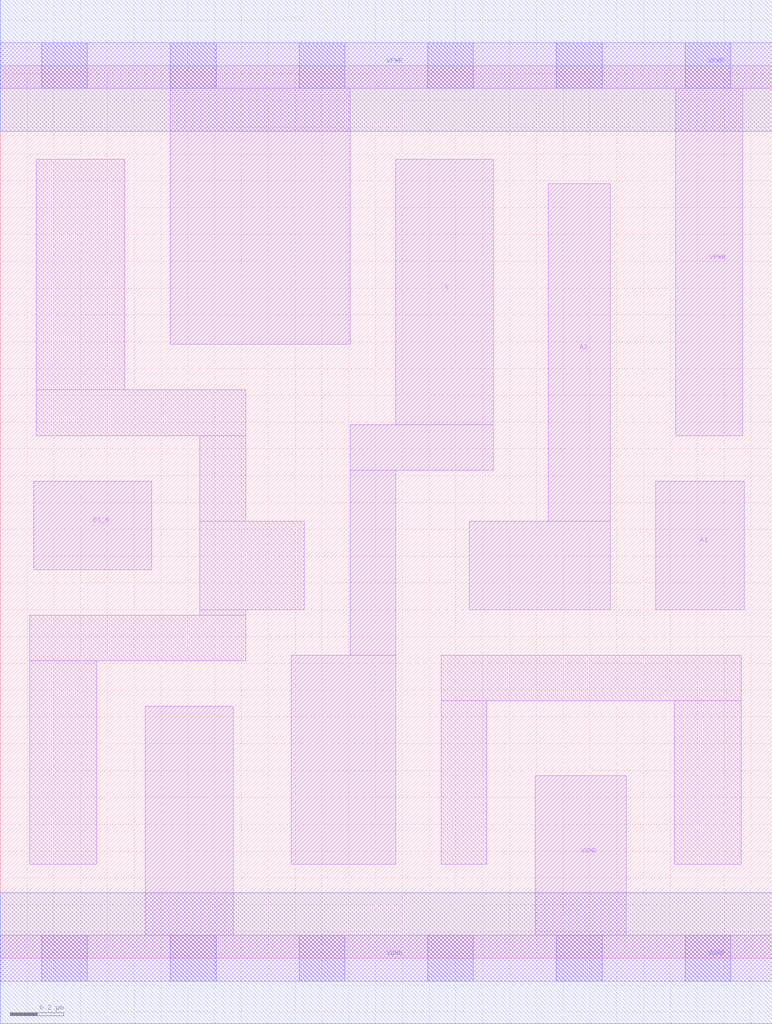
<source format=lef>
# Copyright 2020 The SkyWater PDK Authors
#
# Licensed under the Apache License, Version 2.0 (the "License");
# you may not use this file except in compliance with the License.
# You may obtain a copy of the License at
#
#     https://www.apache.org/licenses/LICENSE-2.0
#
# Unless required by applicable law or agreed to in writing, software
# distributed under the License is distributed on an "AS IS" BASIS,
# WITHOUT WARRANTIES OR CONDITIONS OF ANY KIND, either express or implied.
# See the License for the specific language governing permissions and
# limitations under the License.
#
# SPDX-License-Identifier: Apache-2.0

VERSION 5.7 ;
  NAMESCASESENSITIVE ON ;
  NOWIREEXTENSIONATPIN ON ;
  DIVIDERCHAR "/" ;
  BUSBITCHARS "[]" ;
UNITS
  DATABASE MICRONS 200 ;
END UNITS
MACRO sky130_fd_sc_hs__o21bai_1
  CLASS CORE ;
  SOURCE USER ;
  FOREIGN sky130_fd_sc_hs__o21bai_1 ;
  ORIGIN  0.000000  0.000000 ;
  SIZE  2.880000 BY  3.330000 ;
  SYMMETRY X Y ;
  SITE unit ;
  PIN A1
    ANTENNAGATEAREA  0.279000 ;
    DIRECTION INPUT ;
    USE SIGNAL ;
    PORT
      LAYER li1 ;
        RECT 2.445000 1.300000 2.775000 1.780000 ;
    END
  END A1
  PIN A2
    ANTENNAGATEAREA  0.279000 ;
    DIRECTION INPUT ;
    USE SIGNAL ;
    PORT
      LAYER li1 ;
        RECT 1.750000 1.300000 2.275000 1.630000 ;
        RECT 2.045000 1.630000 2.275000 2.890000 ;
    END
  END A2
  PIN B1_N
    ANTENNAGATEAREA  0.208500 ;
    DIRECTION INPUT ;
    USE SIGNAL ;
    PORT
      LAYER li1 ;
        RECT 0.125000 1.450000 0.565000 1.780000 ;
    END
  END B1_N
  PIN Y
    ANTENNADIFFAREA  0.543200 ;
    DIRECTION OUTPUT ;
    USE SIGNAL ;
    PORT
      LAYER li1 ;
        RECT 1.085000 0.350000 1.475000 1.130000 ;
        RECT 1.305000 1.130000 1.475000 1.820000 ;
        RECT 1.305000 1.820000 1.840000 1.990000 ;
        RECT 1.475000 1.990000 1.840000 2.980000 ;
    END
  END Y
  PIN VGND
    DIRECTION INOUT ;
    USE GROUND ;
    PORT
      LAYER li1 ;
        RECT 0.000000 -0.085000 2.880000 0.085000 ;
        RECT 0.540000  0.085000 0.870000 0.940000 ;
        RECT 1.995000  0.085000 2.335000 0.680000 ;
      LAYER mcon ;
        RECT 0.155000 -0.085000 0.325000 0.085000 ;
        RECT 0.635000 -0.085000 0.805000 0.085000 ;
        RECT 1.115000 -0.085000 1.285000 0.085000 ;
        RECT 1.595000 -0.085000 1.765000 0.085000 ;
        RECT 2.075000 -0.085000 2.245000 0.085000 ;
        RECT 2.555000 -0.085000 2.725000 0.085000 ;
      LAYER met1 ;
        RECT 0.000000 -0.245000 2.880000 0.245000 ;
    END
  END VGND
  PIN VPWR
    DIRECTION INOUT ;
    USE POWER ;
    PORT
      LAYER li1 ;
        RECT 0.000000 3.245000 2.880000 3.415000 ;
        RECT 0.635000 2.290000 1.305000 3.245000 ;
        RECT 2.520000 1.950000 2.770000 3.245000 ;
      LAYER mcon ;
        RECT 0.155000 3.245000 0.325000 3.415000 ;
        RECT 0.635000 3.245000 0.805000 3.415000 ;
        RECT 1.115000 3.245000 1.285000 3.415000 ;
        RECT 1.595000 3.245000 1.765000 3.415000 ;
        RECT 2.075000 3.245000 2.245000 3.415000 ;
        RECT 2.555000 3.245000 2.725000 3.415000 ;
      LAYER met1 ;
        RECT 0.000000 3.085000 2.880000 3.575000 ;
    END
  END VPWR
  OBS
    LAYER li1 ;
      RECT 0.110000 0.350000 0.360000 1.110000 ;
      RECT 0.110000 1.110000 0.915000 1.280000 ;
      RECT 0.135000 1.950000 0.915000 2.120000 ;
      RECT 0.135000 2.120000 0.465000 2.980000 ;
      RECT 0.745000 1.280000 0.915000 1.300000 ;
      RECT 0.745000 1.300000 1.135000 1.630000 ;
      RECT 0.745000 1.630000 0.915000 1.950000 ;
      RECT 1.645000 0.350000 1.815000 0.960000 ;
      RECT 1.645000 0.960000 2.765000 1.130000 ;
      RECT 2.515000 0.350000 2.765000 0.960000 ;
  END
END sky130_fd_sc_hs__o21bai_1

</source>
